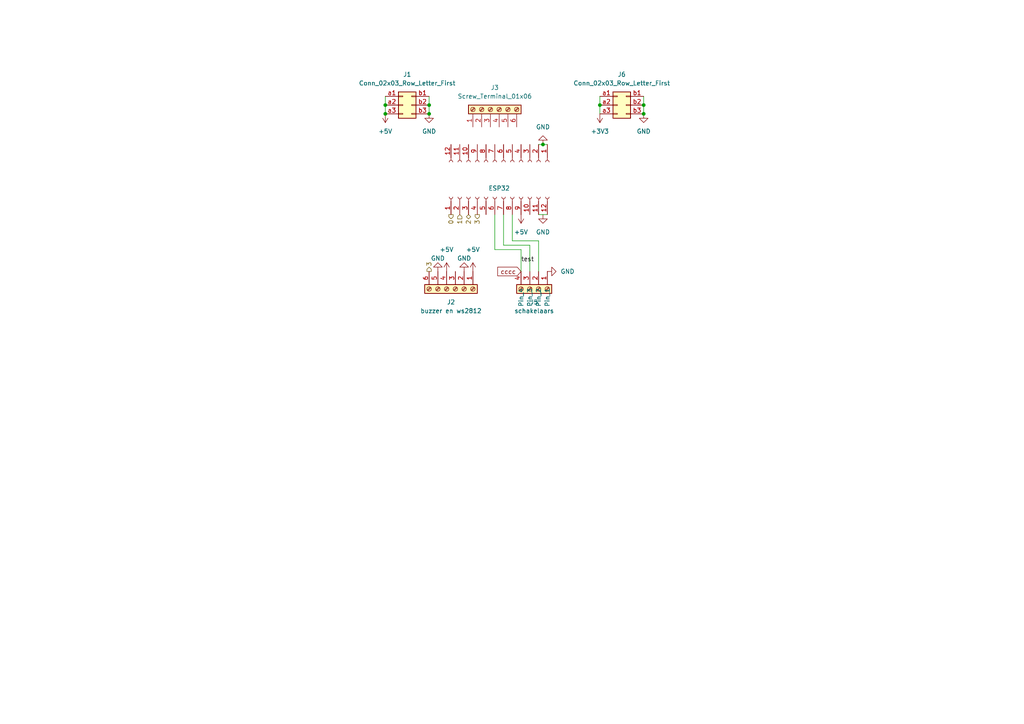
<source format=kicad_sch>
(kicad_sch (version 20211123) (generator eeschema)
  (paper "A4")
  (lib_symbols
    (symbol "Connector:Conn_01x12_Female" (pin_names (offset 1.016) hide)
      (property "Reference" "J" (at 0 15.24 0))
      (property "Value" "Conn_01x12_Female" (at 0 -17.78 0))
      (symbol "Conn_01x12_Female_1_1"
        (arc (start 0 -14.732) (mid -0.508 -15.24) (end 0 -15.748) (stroke (width 0.1524)))
        (arc (start 0 -12.192) (mid -0.508 -12.7) (end 0 -13.208) (stroke (width 0.1524)))
        (arc (start 0 -9.652) (mid -0.508 -10.16) (end 0 -10.668) (stroke (width 0.1524)))
        (arc (start 0 -7.112) (mid -0.508 -7.62) (end 0 -8.128) (stroke (width 0.1524)))
        (arc (start 0 -4.572) (mid -0.508 -5.08) (end 0 -5.588) (stroke (width 0.1524)))
        (arc (start 0 -2.032) (mid -0.508 -2.54) (end 0 -3.048) (stroke (width 0.1524)))
        (polyline (pts (xy -1.27 -15.24) (xy -0.508 -15.24)) (stroke (width 0.1524)))
        (polyline (pts (xy -1.27 -12.7) (xy -0.508 -12.7)) (stroke (width 0.1524)))
        (polyline (pts (xy -1.27 -10.16) (xy -0.508 -10.16)) (stroke (width 0.1524)))
        (polyline (pts (xy -1.27 -7.62) (xy -0.508 -7.62)) (stroke (width 0.1524)))
        (polyline (pts (xy -1.27 -5.08) (xy -0.508 -5.08)) (stroke (width 0.1524)))
        (polyline (pts (xy -1.27 -2.54) (xy -0.508 -2.54)) (stroke (width 0.1524)))
        (polyline (pts (xy -1.27 0) (xy -0.508 0)) (stroke (width 0.1524)))
        (polyline (pts (xy -1.27 2.54) (xy -0.508 2.54)) (stroke (width 0.1524)))
        (polyline (pts (xy -1.27 5.08) (xy -0.508 5.08)) (stroke (width 0.1524)))
        (polyline (pts (xy -1.27 7.62) (xy -0.508 7.62)) (stroke (width 0.1524)))
        (polyline (pts (xy -1.27 10.16) (xy -0.508 10.16)) (stroke (width 0.1524)))
        (polyline (pts (xy -1.27 12.7) (xy -0.508 12.7)) (stroke (width 0.1524)))
        (arc (start 0 0.508) (mid -0.508 0) (end 0 -0.508) (stroke (width 0.1524)))
        (arc (start 0 3.048) (mid -0.508 2.54) (end 0 2.032) (stroke (width 0.1524)))
        (arc (start 0 5.588) (mid -0.508 5.08) (end 0 4.572) (stroke (width 0.1524)))
        (arc (start 0 8.128) (mid -0.508 7.62) (end 0 7.112) (stroke (width 0.1524)))
        (arc (start 0 10.668) (mid -0.508 10.16) (end 0 9.652) (stroke (width 0.1524)))
        (arc (start 0 13.208) (mid -0.508 12.7) (end 0 12.192) (stroke (width 0.1524)))
        (pin passive line (at -5.08 12.7 0) (length 3.81) (name "Pin_1") (number "1"))
        (pin passive line (at -5.08 -10.16 0) (length 3.81) (name "Pin_10") (number "10"))
        (pin passive line (at -5.08 -12.7 0) (length 3.81) (name "Pin_11") (number "11"))
        (pin passive line (at -5.08 -15.24 0) (length 3.81) (name "Pin_12") (number "12"))
        (pin passive line (at -5.08 10.16 0) (length 3.81) (name "Pin_2") (number "2"))
        (pin passive line (at -5.08 7.62 0) (length 3.81) (name "Pin_3") (number "3"))
        (pin passive line (at -5.08 5.08 0) (length 3.81) (name "Pin_4") (number "4"))
        (pin passive line (at -5.08 2.54 0) (length 3.81) (name "Pin_5") (number "5"))
        (pin passive line (at -5.08 0 0) (length 3.81) (name "Pin_6") (number "6"))
        (pin passive line (at -5.08 -2.54 0) (length 3.81) (name "Pin_7") (number "7"))
        (pin passive line (at -5.08 -5.08 0) (length 3.81) (name "Pin_8") (number "8"))
        (pin passive line (at -5.08 -7.62 0) (length 3.81) (name "Pin_9") (number "9"))
      )
    )
    (symbol "Connector:Screw_Terminal_01x04" (pin_names (offset 1.016))
      (property "Reference" "J" (at 0 5.08 0))
      (property "Value" "Screw_Terminal_01x04" (at 0 -7.62 0))
      (symbol "Screw_Terminal_01x04_1_1"
        (rectangle (start -1.27 3.81) (end 1.27 -6.35) (stroke (width 0.254)) (fill (type background)))
        (circle (center 0 -5.08) (radius 0.635) (stroke (width 0.1524)))
        (circle (center 0 -2.54) (radius 0.635) (stroke (width 0.1524)))
        (polyline (pts (xy -0.5334 -4.7498) (xy 0.3302 -5.588)) (stroke (width 0.1524)))
        (polyline (pts (xy -0.5334 -2.2098) (xy 0.3302 -3.048)) (stroke (width 0.1524)))
        (polyline (pts (xy -0.5334 0.3302) (xy 0.3302 -0.508)) (stroke (width 0.1524)))
        (polyline (pts (xy -0.5334 2.8702) (xy 0.3302 2.032)) (stroke (width 0.1524)))
        (polyline (pts (xy -0.3556 -4.572) (xy 0.508 -5.4102)) (stroke (width 0.1524)))
        (polyline (pts (xy -0.3556 -2.032) (xy 0.508 -2.8702)) (stroke (width 0.1524)))
        (polyline (pts (xy -0.3556 0.508) (xy 0.508 -0.3302)) (stroke (width 0.1524)))
        (polyline (pts (xy -0.3556 3.048) (xy 0.508 2.2098)) (stroke (width 0.1524)))
        (circle (center 0 0) (radius 0.635) (stroke (width 0.1524)))
        (circle (center 0 2.54) (radius 0.635) (stroke (width 0.1524)))
        (pin passive line (at -5.08 2.54 0) (length 3.81) (name "Pin_1") (number "1") (alternate "" input line))
        (pin passive line (at -5.08 0 0) (length 3.81) (name "Pin_2") (number "2"))
        (pin passive line (at -5.08 -2.54 0) (length 3.81) (name "Pin_3") (number "3"))
        (pin passive line (at -5.08 -5.08 0) (length 3.81) (name "Pin_4") (number "4"))
      )
    )
    (symbol "Connector:Screw_Terminal_01x06" (pin_names (offset 1.016) hide)
      (property "Reference" "J" (at 0 7.62 0))
      (property "Value" "Screw_Terminal_01x06" (at 0 -10.16 0))
      (symbol "Screw_Terminal_01x06_1_1"
        (rectangle (start -1.27 6.35) (end 1.27 -8.89) (stroke (width 0.254)) (fill (type background)))
        (circle (center 0 -7.62) (radius 0.635) (stroke (width 0.1524)))
        (circle (center 0 -5.08) (radius 0.635) (stroke (width 0.1524)))
        (circle (center 0 -2.54) (radius 0.635) (stroke (width 0.1524)))
        (polyline (pts (xy -0.5334 -7.2898) (xy 0.3302 -8.128)) (stroke (width 0.1524)))
        (polyline (pts (xy -0.5334 -4.7498) (xy 0.3302 -5.588)) (stroke (width 0.1524)))
        (polyline (pts (xy -0.5334 -2.2098) (xy 0.3302 -3.048)) (stroke (width 0.1524)))
        (polyline (pts (xy -0.5334 0.3302) (xy 0.3302 -0.508)) (stroke (width 0.1524)))
        (polyline (pts (xy -0.5334 2.8702) (xy 0.3302 2.032)) (stroke (width 0.1524)))
        (polyline (pts (xy -0.5334 5.4102) (xy 0.3302 4.572)) (stroke (width 0.1524)))
        (polyline (pts (xy -0.3556 -7.112) (xy 0.508 -7.9502)) (stroke (width 0.1524)))
        (polyline (pts (xy -0.3556 -4.572) (xy 0.508 -5.4102)) (stroke (width 0.1524)))
        (polyline (pts (xy -0.3556 -2.032) (xy 0.508 -2.8702)) (stroke (width 0.1524)))
        (polyline (pts (xy -0.3556 0.508) (xy 0.508 -0.3302)) (stroke (width 0.1524)))
        (polyline (pts (xy -0.3556 3.048) (xy 0.508 2.2098)) (stroke (width 0.1524)))
        (polyline (pts (xy -0.3556 5.588) (xy 0.508 4.7498)) (stroke (width 0.1524)))
        (circle (center 0 0) (radius 0.635) (stroke (width 0.1524)))
        (circle (center 0 2.54) (radius 0.635) (stroke (width 0.1524)))
        (circle (center 0 5.08) (radius 0.635) (stroke (width 0.1524)))
        (pin passive line (at -5.08 5.08 0) (length 3.81) (name "Pin_1") (number "1"))
        (pin passive line (at -5.08 2.54 0) (length 3.81) (name "Pin_2") (number "2"))
        (pin passive line (at -5.08 0 0) (length 3.81) (name "Pin_3") (number "3"))
        (pin passive line (at -5.08 -2.54 0) (length 3.81) (name "Pin_4") (number "4"))
        (pin passive line (at -5.08 -5.08 0) (length 3.81) (name "Pin_5") (number "5"))
        (pin passive line (at -5.08 -7.62 0) (length 3.81) (name "Pin_6") (number "6"))
      )
    )
    (symbol "Connector_Generic:Conn_02x03_Row_Letter_First" (pin_names (offset 1.016) hide)
      (property "Reference" "J" (at 1.27 5.08 0))
      (property "Value" "Conn_02x03_Row_Letter_First" (at 1.27 -5.08 0))
      (symbol "Conn_02x03_Row_Letter_First_1_1"
        (rectangle (start -1.27 -2.413) (end 0 -2.667) (stroke (width 0.1524)))
        (rectangle (start -1.27 0.127) (end 0 -0.127) (stroke (width 0.1524)))
        (rectangle (start -1.27 2.667) (end 0 2.413) (stroke (width 0.1524)))
        (rectangle (start -1.27 3.81) (end 3.81 -3.81) (stroke (width 0.254)) (fill (type background)))
        (rectangle (start 3.81 -2.413) (end 2.54 -2.667) (stroke (width 0.1524)))
        (rectangle (start 3.81 0.127) (end 2.54 -0.127) (stroke (width 0.1524)))
        (rectangle (start 3.81 2.667) (end 2.54 2.413) (stroke (width 0.1524)))
        (pin passive line (at -5.08 2.54 0) (length 3.81) (name "Pin_a1") (number "a1"))
        (pin passive line (at -5.08 0 0) (length 3.81) (name "Pin_a2") (number "a2"))
        (pin passive line (at -5.08 -2.54 0) (length 3.81) (name "Pin_a3") (number "a3"))
        (pin passive line (at 7.62 2.54 180) (length 3.81) (name "Pin_b1") (number "b1"))
        (pin passive line (at 7.62 0 180) (length 3.81) (name "Pin_b2") (number "b2"))
        (pin passive line (at 7.62 -2.54 180) (length 3.81) (name "Pin_b3") (number "b3"))
      )
    )
    (symbol "power:+3.3V" (power) (pin_names (offset 0))
      (property "Value" "+3.3V" (at 0 3.556 0))
      (symbol "+3.3V_0_1"
        (polyline (pts (xy -0.762 1.27) (xy 0 2.54)))
        (polyline (pts (xy 0 0) (xy 0 2.54)))
        (polyline (pts (xy 0 2.54) (xy 0.762 1.27)))
      )
      (symbol "+3.3V_1_1"
        (pin power_in line (at 0 0 90) (length 0) hide (name "+3V3") (number "1"))
      )
    )
    (symbol "power:+5V" (power) (pin_names (offset 0))
      (property "Value" "+5V" (at 0 3.556 0))
      (symbol "+5V_0_1"
        (polyline (pts (xy -0.762 1.27) (xy 0 2.54)))
        (polyline (pts (xy 0 0) (xy 0 2.54)))
        (polyline (pts (xy 0 2.54) (xy 0.762 1.27)))
      )
      (symbol "+5V_1_1"
        (pin power_in line (at 0 0 90) (length 0) hide (name "+5V") (number "1"))
      )
    )
    (symbol "power:GND" (power) (pin_names (offset 0))
      (property "Value" "GND" (at 0 -3.81 0))
      (symbol "GND_0_1"
        (polyline (pts (xy 0 0) (xy 0 -1.27) (xy 1.27 -1.27) (xy 0 -2.54) (xy -1.27 -1.27) (xy 0 -1.27)))
      )
      (symbol "GND_1_1"
        (pin power_in line (at 0 0 270) (length 0) hide (name "GND") (number "1"))
      )
    )
  )
  (junction (at 111.76 30.48))
  (junction (at 186.69 33.02))
  (junction (at 111.76 33.02))
  (junction (at 186.69 30.48))
  (junction (at 173.99 30.48))
  (junction (at 124.46 33.02))
  (junction (at 157.48 41.91))
  (junction (at 124.46 30.48))
  (wire (pts (xy 157.48 41.91) (xy 158.75 41.91)))
  (wire (pts (xy 124.46 27.94) (xy 124.46 30.48)))
  (wire (pts (xy 156.21 62.23) (xy 158.75 62.23)))
  (wire (pts (xy 124.46 30.48) (xy 124.46 33.02)))
  (wire (pts (xy 148.59 62.23) (xy 148.59 69.85)))
  (wire (pts (xy 146.05 71.12) (xy 153.67 71.12)))
  (wire (pts (xy 111.76 27.94) (xy 111.76 30.48)))
  (wire (pts (xy 151.13 72.39) (xy 151.13 78.74)))
  (wire (pts (xy 186.69 27.94) (xy 186.69 30.48)))
  (wire (pts (xy 143.51 72.39) (xy 151.13 72.39)))
  (wire (pts (xy 186.69 30.48) (xy 186.69 33.02)))
  (wire (pts (xy 143.51 62.23) (xy 143.51 72.39)))
  (wire (pts (xy 156.21 41.91) (xy 157.48 41.91)))
  (wire (pts (xy 173.99 27.94) (xy 173.99 30.48)))
  (wire (pts (xy 148.59 69.85) (xy 156.21 69.85)))
  (wire (pts (xy 153.67 71.12) (xy 153.67 78.74)))
  (wire (pts (xy 173.99 30.48) (xy 173.99 33.02)))
  (wire (pts (xy 146.05 62.23) (xy 146.05 71.12)))
  (wire (pts (xy 156.21 69.85) (xy 156.21 78.74)))
  (wire (pts (xy 111.76 30.48) (xy 111.76 33.02)))
  (label "test" (at 151.13 76.2 0))
  (global_label "cccc" (shape input) (at 151.13 78.74 180) (property "Intersheet-verwijzingen" "${INTERSHEET_REFS}" (effects hide)))
  (hierarchical_label "0" (shape output) (at 130.81 62.23 270))
  (hierarchical_label "1" (shape input) (at 133.35 62.23 270))
  (hierarchical_label "2" (shape bidirectional) (at 135.89 62.23 270))
  (hierarchical_label "3" (shape output) (at 138.43 62.23 270))
  (hierarchical_label "3" (shape output) (at 124.46 78.74 90))
  (symbol (lib_id "power:GND") (at 158.75 78.74 90) (unit 1)
    (property "Reference" "#PWR0102" (effects hide))
    (property "Value" "GND" (at 162.56 78.7399 90) (effects (justify right)))
  )
  (symbol (lib_id "power:GND") (at 186.69 33.02 0) (unit 1)
    (property "Reference" "#PWR0112" (effects hide))
    (property "Value" "GND" (at 186.69 38.1 0))
  )
  (symbol (lib_id "power:GND") (at 157.48 41.91 180) (unit 1)
    (property "Reference" "#PWR0106" (effects hide))
    (property "Value" "GND" (at 157.48 36.83 0))
  )
  (symbol (lib_id "power:+5V") (at 137.16 78.74 0) (unit 1)
    (property "Reference" "#PWR0107" (effects hide))
    (property "Value" "+5V" (at 137.16 72.39 0))
  )
  (symbol (lib_id "power:+5V") (at 111.76 33.02 180) (unit 1)
    (property "Reference" "#PWR0104" (effects hide))
    (property "Value" "+5V" (at 111.76 38.1 0))
  )
  (symbol (lib_id "power:+5V") (at 129.54 78.74 0) (unit 1)
    (property "Reference" "#PWR0109" (effects hide))
    (property "Value" "+5V" (at 129.54 72.39 0))
  )
  (symbol (lib_id "power:GND") (at 157.48 62.23 0) (unit 1)
    (property "Reference" "#PWR0101" (effects hide))
    (property "Value" "GND" (at 157.48 67.31 0))
  )
  (symbol (lib_id "Connector:Screw_Terminal_01x04") (at 156.21 83.82 270) (unit 1)
    (property "Reference" "J5" (at 154.94 87.63 90))
    (property "Value" "schakelaars" (at 154.94 90.17 90))
    (property "Footprint" "Connector_Phoenix_MC:PhoenixContact_MCV_1,5_4-G-3.5_1x04_P3.50mm_Vertical" (effects hide))
    (pin "1" (alternate "gpio,0,0"))
  )
  (symbol (lib_id "power:+3.3V") (at 173.99 33.02 180) (unit 1)
    (property "Reference" "#PWR0111" (effects hide))
    (property "Value" "+3.3V" (at 173.99 38.1 0))
  )
  (symbol (lib_id "power:GND") (at 124.46 33.02 0) (unit 1)
    (property "Reference" "#PWR0105" (effects hide))
    (property "Value" "GND" (at 124.46 38.1 0))
  )
  (symbol (lib_id "power:GND") (at 127 78.74 180) (unit 1)
    (property "Reference" "#PWR0110" (effects hide))
    (property "Value" "GND" (at 127 74.93 0))
  )
  (symbol (lib_id "Connector:Conn_01x12_Female") (at 146.05 46.99 270) (unit 1)
    (property "Reference" "J4" (effects hide))
    (property "Value" "Conn_01x12_Female" (effects hide))
    (property "Footprint" "Connector_PinHeader_1.27mm:PinHeader_1x12_P1.27mm_Vertical" (effects hide))
  )
  (symbol (lib_id "power:GND") (at 134.62 78.74 180) (unit 1)
    (property "Reference" "#PWR0108" (effects hide))
    (property "Value" "GND" (at 134.62 74.93 0))
  )
  (symbol (lib_id "Connector:Screw_Terminal_01x06") (at 132.08 83.82 270) (unit 1)
    (property "Reference" "J2" (at 130.81 87.63 90))
    (property "Value" "buzzer en ws2812" (at 130.81 90.17 90))
    (property "Footprint" "Connector_Phoenix_MC:PhoenixContact_MCV_1,5_6-G-3.5_1x06_P3.50mm_Vertical" (effects hide))
  )
  (symbol (lib_id "Connector:Screw_Terminal_01x06") (at 142.24 31.75 90) (unit 1)
    (property "Reference" "J3" (at 143.51 25.4 90))
    (property "Value" "Screw_Terminal_01x06" (at 143.51 27.94 90))
    (property "Footprint" "Connector_Phoenix_MC:PhoenixContact_MCV_1,5_6-G-3.5_1x06_P3.50mm_Vertical" (effects hide))
  )
  (symbol (lib_id "Connector:Conn_01x12_Female") (at 143.51 57.15 90) (unit 1)
    (property "Reference" "ESP32" (at 144.78 54.61 90))
    (property "Value" "Conn_01x12_Female" (effects hide))
    (property "Footprint" "Connector_PinHeader_1.27mm:PinHeader_1x12_P1.27mm_Vertical" (effects hide))
  )
  (symbol (lib_id "Connector_Generic:Conn_02x03_Row_Letter_First") (at 179.07 30.48 0) (unit 1)
    (property "Reference" "J6" (at 180.34 21.59 0))
    (property "Value" "Conn_02x03_Row_Letter_First" (at 180.34 24.13 0))
    (property "Footprint" "Connector_PinHeader_1.27mm:PinHeader_2x03_P1.27mm_Vertical" (effects hide))
  )
  (symbol (lib_id "Connector_Generic:Conn_02x03_Row_Letter_First") (at 116.84 30.48 0) (unit 1)
    (property "Reference" "J1" (at 118.11 21.59 0))
    (property "Value" "Conn_02x03_Row_Letter_First" (at 118.11 24.13 0))
    (property "Footprint" "Connector_PinHeader_1.27mm:PinHeader_2x03_P1.27mm_Vertical" (effects hide))
  )
  (symbol (lib_id "power:+5V") (at 151.13 62.23 180) (unit 1)
    (property "Reference" "#PWR0103" (effects hide))
    (property "Value" "+5V" (at 151.13 67.31 0))
  )
)
</source>
